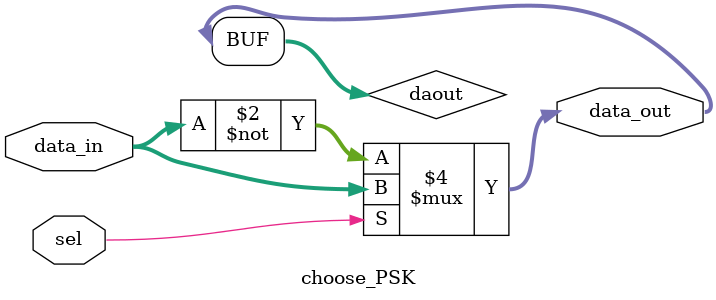
<source format=v>
module choose_PSK(
	input [7:0]data_in,
	input sel,
	output [7:0]data_out
);

reg[7:0]daout;

always @(sel)
begin
	if(sel)
		daout <= data_in;
	else 
		daout <= ~data_in;
end

assign data_out = daout;

endmodule

</source>
